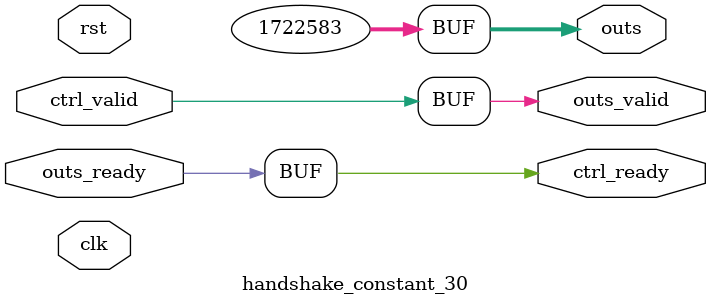
<source format=v>
`timescale 1ns / 1ps
module handshake_constant_30 #(
  parameter DATA_WIDTH = 32  // Default set to 32 bits
) (
  input                       clk,
  input                       rst,
  // Input Channel
  input                       ctrl_valid,
  output                      ctrl_ready,
  // Output Channel
  output [DATA_WIDTH - 1 : 0] outs,
  output                      outs_valid,
  input                       outs_ready
);
  assign outs       = 21'b110100100100011010111;
  assign outs_valid = ctrl_valid;
  assign ctrl_ready = outs_ready;

endmodule

</source>
